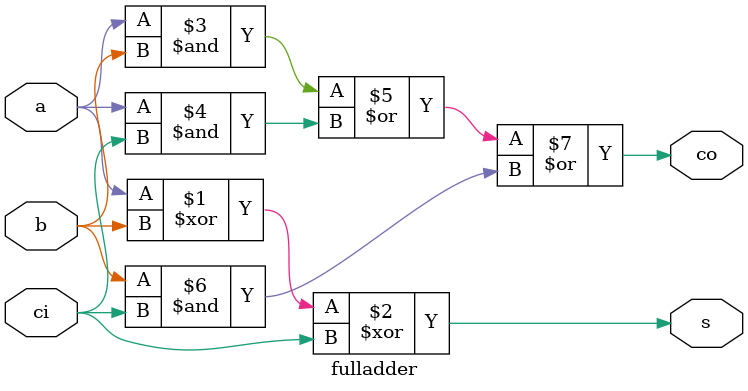
<source format=v>
module fulladder(ci,a,b,s,co);

	input ci,a,b;
	output s,co;
	
	assign s = a^b^ci ;
	assign co = (a&b)|(a&ci)|(b&ci) ;
	
endmodule

</source>
